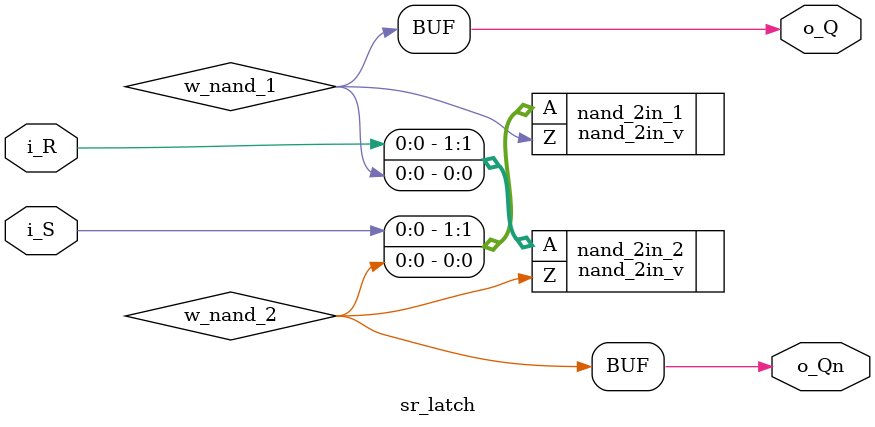
<source format=v>
module sr_latch (
  input i_S,
  input i_R,
  output o_Q,
  output o_Qn
  );

  //RTL
  /*
  wire w_nand_1;
  wire w_nand_2;
  assign o_Q = w_nand_1;
  assign o_Qn = w_nand_2;
  nand_2in nand_2in_1(
    .A({i_S, w_nand_2}),
    .Z(w_nand_1)
    );

  nand_2in nand_2in_2(
    .A({i_R, w_nand_1}),
    .Z(w_nand_2)
    );
	*/
  // modelsim
  wire w_nand_1;
  wire w_nand_2;
  assign o_Q = w_nand_1;
  assign o_Qn = w_nand_2;
  nand_2in_v nand_2in_1(
    .A({i_S, w_nand_2}),
    .Z(w_nand_1)
    );

  nand_2in_v nand_2in_2(
    .A({i_R, w_nand_1}),
    .Z(w_nand_2)
    );
  
endmodule //sr_latch

</source>
